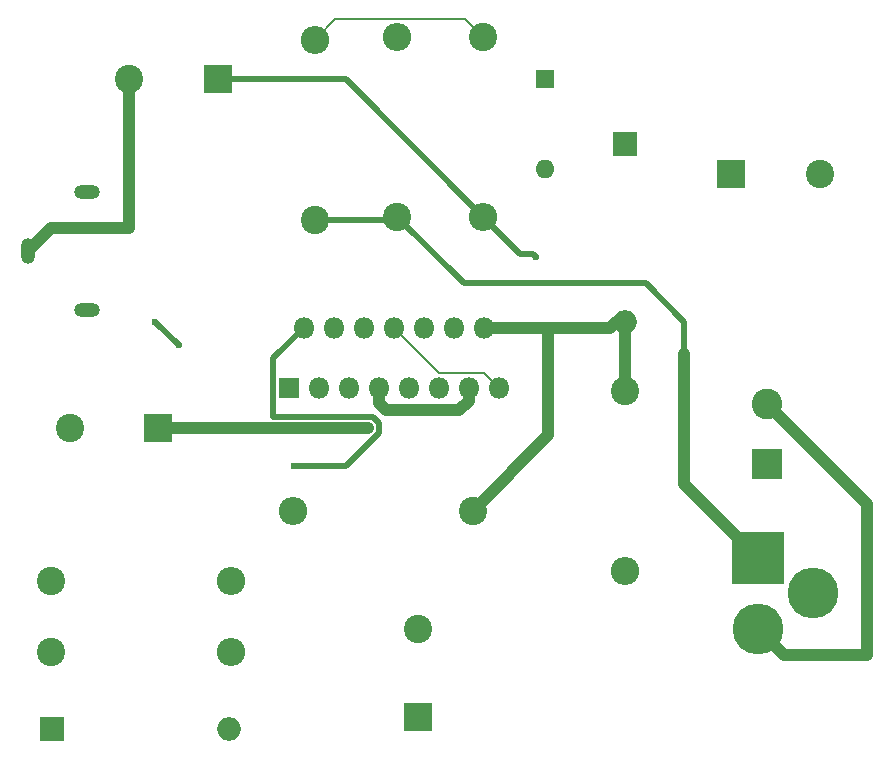
<source format=gbr>
%TF.GenerationSoftware,KiCad,Pcbnew,8.0.2*%
%TF.CreationDate,2024-06-05T21:35:29-04:00*%
%TF.ProjectId,pcb,7063622e-6b69-4636-9164-5f7063625858,rev?*%
%TF.SameCoordinates,Original*%
%TF.FileFunction,Copper,L2,Bot*%
%TF.FilePolarity,Positive*%
%FSLAX46Y46*%
G04 Gerber Fmt 4.6, Leading zero omitted, Abs format (unit mm)*
G04 Created by KiCad (PCBNEW 8.0.2) date 2024-06-05 21:35:29*
%MOMM*%
%LPD*%
G01*
G04 APERTURE LIST*
%TA.AperFunction,ComponentPad*%
%ADD10C,2.400000*%
%TD*%
%TA.AperFunction,ComponentPad*%
%ADD11O,2.400000X2.400000*%
%TD*%
%TA.AperFunction,ComponentPad*%
%ADD12O,2.200000X1.200000*%
%TD*%
%TA.AperFunction,ComponentPad*%
%ADD13O,1.200000X2.200000*%
%TD*%
%TA.AperFunction,ComponentPad*%
%ADD14R,2.400000X2.400000*%
%TD*%
%TA.AperFunction,ComponentPad*%
%ADD15R,1.600000X1.600000*%
%TD*%
%TA.AperFunction,ComponentPad*%
%ADD16O,1.600000X1.600000*%
%TD*%
%TA.AperFunction,ComponentPad*%
%ADD17R,2.000000X2.000000*%
%TD*%
%TA.AperFunction,ComponentPad*%
%ADD18O,2.000000X2.000000*%
%TD*%
%TA.AperFunction,ComponentPad*%
%ADD19R,1.800000X1.800000*%
%TD*%
%TA.AperFunction,ComponentPad*%
%ADD20O,1.800000X1.800000*%
%TD*%
%TA.AperFunction,ComponentPad*%
%ADD21R,4.400000X4.400000*%
%TD*%
%TA.AperFunction,ComponentPad*%
%ADD22C,4.300000*%
%TD*%
%TA.AperFunction,ComponentPad*%
%ADD23R,2.600000X2.600000*%
%TD*%
%TA.AperFunction,ComponentPad*%
%ADD24C,2.600000*%
%TD*%
%TA.AperFunction,ViaPad*%
%ADD25C,1.000000*%
%TD*%
%TA.AperFunction,ViaPad*%
%ADD26C,0.600000*%
%TD*%
%TA.AperFunction,Conductor*%
%ADD27C,1.000000*%
%TD*%
%TA.AperFunction,Conductor*%
%ADD28C,0.200000*%
%TD*%
%TA.AperFunction,Conductor*%
%ADD29C,0.500000*%
%TD*%
G04 APERTURE END LIST*
D10*
%TO.P,R6,1*%
%TO.N,Net-(J1-In)*%
X113750000Y-80870000D03*
D11*
%TO.P,R6,2*%
%TO.N,Net-(D1-K)*%
X113750000Y-65630000D03*
%TD*%
D10*
%TO.P,R1,1*%
%TO.N,Net-(J1-In)*%
X120750000Y-80620000D03*
D11*
%TO.P,R1,2*%
%TO.N,Net-(U1-STBY)*%
X120750000Y-65380000D03*
%TD*%
D10*
%TO.P,R5,1*%
%TO.N,Net-(C10-Pad2)*%
X140000000Y-95380000D03*
D11*
%TO.P,R5,2*%
%TO.N,Net-(C1-Pad1)*%
X140000000Y-110620000D03*
%TD*%
D12*
%TO.P,J2,R*%
%TO.N,Net-(C4-Pad1)*%
X94500000Y-78500000D03*
D13*
%TO.P,J2,S*%
%TO.N,GND*%
X89500000Y-83500000D03*
D12*
%TO.P,J2,T*%
%TO.N,Net-(C4-Pad1)*%
X94500000Y-88500000D03*
%TD*%
D14*
%TO.P,C7,1*%
%TO.N,Net-(J1-In)*%
X149000000Y-77000000D03*
D10*
%TO.P,C7,2*%
%TO.N,GND*%
X156500000Y-77000000D03*
%TD*%
D15*
%TO.P,D1,1,K*%
%TO.N,Net-(D1-K)*%
X133250000Y-68940000D03*
D16*
%TO.P,D1,2,A*%
%TO.N,Net-(D1-A)*%
X133250000Y-76560000D03*
%TD*%
D14*
%TO.P,C9,1*%
%TO.N,Net-(U1-STBY)*%
X100512755Y-98500000D03*
D10*
%TO.P,C9,2*%
%TO.N,GND*%
X93012755Y-98500000D03*
%TD*%
D14*
%TO.P,C6,1*%
%TO.N,GND*%
X122500000Y-123012755D03*
D10*
%TO.P,C6,2*%
%TO.N,Net-(J1-Ext)*%
X122500000Y-115512755D03*
%TD*%
D17*
%TO.P,C5,1*%
%TO.N,Net-(C5-Pad1)*%
X91500000Y-124000000D03*
D18*
%TO.P,C5,2*%
%TO.N,GND*%
X106500000Y-124000000D03*
%TD*%
D19*
%TO.P,U1,1,SGND*%
%TO.N,GND*%
X111530000Y-95080000D03*
D20*
%TO.P,U1,2,-*%
%TO.N,Net-(U1--)*%
X112800000Y-90000000D03*
%TO.P,U1,3,+*%
%TO.N,Net-(U1-+)*%
X114070000Y-95080000D03*
%TO.P,U1,4,SIG_GND*%
%TO.N,GND*%
X115340000Y-90000000D03*
%TO.P,U1,5,NC*%
%TO.N,unconnected-(U1-NC-Pad5)*%
X116610000Y-95080000D03*
%TO.P,U1,6,BOOT*%
%TO.N,Net-(U1-BOOT)*%
X117880000Y-90000000D03*
%TO.P,U1,7,+Vs*%
%TO.N,Net-(J1-In)*%
X119150000Y-95080000D03*
%TO.P,U1,8,-Vs*%
%TO.N,Net-(J1-Ext)*%
X120420000Y-90000000D03*
%TO.P,U1,9,STBY*%
%TO.N,Net-(U1-STBY)*%
X121690000Y-95080000D03*
%TO.P,U1,10,MUTE*%
%TO.N,Net-(D1-A)*%
X122960000Y-90000000D03*
%TO.P,U1,11,NC*%
%TO.N,unconnected-(U1-NC-Pad11)*%
X124230000Y-95080000D03*
%TO.P,U1,12,NC*%
%TO.N,unconnected-(U1-NC-Pad12)*%
X125500000Y-90000000D03*
%TO.P,U1,13,+Vs*%
%TO.N,Net-(J1-In)*%
X126770000Y-95080000D03*
%TO.P,U1,14*%
%TO.N,Net-(C10-Pad2)*%
X128040000Y-90000000D03*
%TO.P,U1,15,-Vs*%
%TO.N,Net-(J1-Ext)*%
X129310000Y-95080000D03*
%TD*%
D10*
%TO.P,R7,1*%
%TO.N,Net-(D1-K)*%
X128000000Y-65380000D03*
D11*
%TO.P,R7,2*%
%TO.N,Net-(D1-A)*%
X128000000Y-80620000D03*
%TD*%
D10*
%TO.P,R3,1*%
%TO.N,GND*%
X91380000Y-111500000D03*
D11*
%TO.P,R3,2*%
%TO.N,Net-(U1-+)*%
X106620000Y-111500000D03*
%TD*%
D21*
%TO.P,J1,1,In*%
%TO.N,Net-(J1-In)*%
X151250000Y-109500000D03*
D22*
%TO.P,J1,2,Ext*%
%TO.N,GND*%
X151250000Y-115500000D03*
%TO.P,J1,3*%
%TO.N,N/C*%
X155950000Y-112500000D03*
%TD*%
D14*
%TO.P,C8,1*%
%TO.N,Net-(D1-A)*%
X105512755Y-69000000D03*
D10*
%TO.P,C8,2*%
%TO.N,GND*%
X98012755Y-69000000D03*
%TD*%
D23*
%TO.P,LS1,1,1*%
%TO.N,Net-(C10-Pad2)*%
X152055000Y-101545000D03*
D24*
%TO.P,LS1,2,2*%
%TO.N,GND*%
X152055000Y-96465000D03*
%TD*%
D17*
%TO.P,C10,1*%
%TO.N,Net-(U1-BOOT)*%
X140000000Y-74500000D03*
D18*
%TO.P,C10,2*%
%TO.N,Net-(C10-Pad2)*%
X140000000Y-89500000D03*
%TD*%
D10*
%TO.P,R4,1*%
%TO.N,Net-(C10-Pad2)*%
X127120000Y-105500000D03*
D11*
%TO.P,R4,2*%
%TO.N,Net-(U1--)*%
X111880000Y-105500000D03*
%TD*%
D10*
%TO.P,R2,1*%
%TO.N,Net-(C5-Pad1)*%
X91380000Y-117500000D03*
D11*
%TO.P,R2,2*%
%TO.N,Net-(U1--)*%
X106620000Y-117500000D03*
%TD*%
D25*
%TO.N,GND*%
X98012755Y-81562755D03*
D26*
%TO.N,Net-(C4-Pad1)*%
X100250000Y-89500000D03*
X102250000Y-91500000D03*
D25*
%TO.N,Net-(J1-In)*%
X145000000Y-92250000D03*
D26*
%TO.N,Net-(D1-A)*%
X132500000Y-84000000D03*
D25*
%TO.N,Net-(U1-STBY)*%
X118260000Y-98510000D03*
D26*
%TO.N,Net-(U1--)*%
X112000000Y-101750000D03*
%TD*%
D27*
%TO.N,GND*%
X98012755Y-69000000D02*
X98012755Y-81562755D01*
X91437245Y-81562755D02*
X98012755Y-81562755D01*
X89500000Y-83500000D02*
X91437245Y-81562755D01*
X160500000Y-117750000D02*
X160500000Y-104910000D01*
X160500000Y-104910000D02*
X152055000Y-96465000D01*
X151250000Y-115500000D02*
X153500000Y-117750000D01*
X153500000Y-117750000D02*
X160500000Y-117750000D01*
D28*
%TO.N,Net-(J1-Ext)*%
X129310000Y-95080000D02*
X128110000Y-93880000D01*
X128110000Y-93880000D02*
X124300000Y-93880000D01*
X124300000Y-93880000D02*
X120420000Y-90000000D01*
D29*
%TO.N,Net-(C4-Pad1)*%
X102250000Y-91500000D02*
X100250000Y-89500000D01*
%TO.N,Net-(J1-In)*%
X113750000Y-80870000D02*
X120500000Y-80870000D01*
X120500000Y-80870000D02*
X120750000Y-80620000D01*
D27*
X119150000Y-95080000D02*
X119150000Y-96400000D01*
X145000000Y-103250000D02*
X145000000Y-92250000D01*
X126770000Y-96230000D02*
X126770000Y-95080000D01*
D29*
X126380000Y-86250000D02*
X141750000Y-86250000D01*
D27*
X126000000Y-97000000D02*
X119750000Y-97000000D01*
D29*
X141750000Y-86250000D02*
X145000000Y-89500000D01*
D28*
X120743528Y-81006472D02*
X120737057Y-81000000D01*
X120743528Y-81006472D02*
X120607056Y-80870000D01*
D29*
X145000000Y-89500000D02*
X145000000Y-92250000D01*
D27*
X126000000Y-97000000D02*
X126770000Y-96230000D01*
D29*
X120750000Y-80620000D02*
X126380000Y-86250000D01*
D27*
X151250000Y-109500000D02*
X145000000Y-103250000D01*
X119150000Y-96400000D02*
X119750000Y-97000000D01*
D28*
%TO.N,Net-(C5-Pad1)*%
X91500000Y-124000000D02*
X91500000Y-123500000D01*
X91500000Y-123500000D02*
X91380000Y-123380000D01*
D29*
%TO.N,Net-(D1-A)*%
X116380000Y-69000000D02*
X128000000Y-80620000D01*
X105512755Y-69000000D02*
X116380000Y-69000000D01*
X132250000Y-83750000D02*
X131130000Y-83750000D01*
X132500000Y-84000000D02*
X132250000Y-83750000D01*
X131130000Y-83750000D02*
X128000000Y-80620000D01*
D27*
%TO.N,Net-(U1-STBY)*%
X118250000Y-98500000D02*
X118260000Y-98510000D01*
X100512755Y-98500000D02*
X118250000Y-98500000D01*
%TO.N,Net-(C10-Pad2)*%
X140000000Y-95380000D02*
X140000000Y-89500000D01*
X139250000Y-89500000D02*
X138750000Y-90000000D01*
X138750000Y-90000000D02*
X133500000Y-90000000D01*
X127120000Y-105500000D02*
X133500000Y-99120000D01*
X140000000Y-89500000D02*
X139250000Y-89500000D01*
X133500000Y-90000000D02*
X128040000Y-90000000D01*
X133500000Y-99120000D02*
X133500000Y-90000000D01*
D28*
%TO.N,Net-(D1-K)*%
X126500000Y-63880000D02*
X128000000Y-65380000D01*
X115500000Y-63880000D02*
X126500000Y-63880000D01*
X113750000Y-65630000D02*
X115500000Y-63880000D01*
D29*
%TO.N,Net-(U1--)*%
X119210000Y-98903502D02*
X116363502Y-101750000D01*
X110180000Y-92620000D02*
X110180000Y-97550000D01*
X110180000Y-97550000D02*
X118643502Y-97550000D01*
X118643502Y-97550000D02*
X119210000Y-98116498D01*
X112800000Y-90000000D02*
X110180000Y-92620000D01*
X119210000Y-98116498D02*
X119210000Y-98903502D01*
X116363502Y-101750000D02*
X112000000Y-101750000D01*
%TD*%
M02*

</source>
